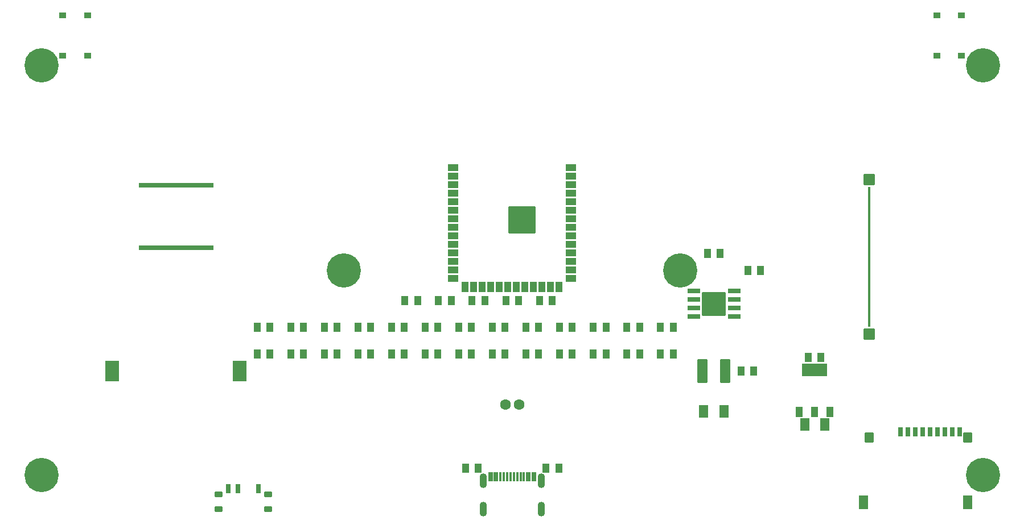
<source format=gbs>
%TF.GenerationSoftware,KiCad,Pcbnew,9.99.0-5542-g9c1654c496*%
%TF.CreationDate,2026-02-21T09:19:05+00:00*%
%TF.ProjectId,esp32-emu-turbo,65737033-322d-4656-9d75-2d747572626f,rev?*%
%TF.SameCoordinates,Original*%
%TF.FileFunction,Soldermask,Bot*%
%TF.FilePolarity,Negative*%
%FSLAX46Y46*%
G04 Gerber Fmt 4.6, Leading zero omitted, Abs format (unit mm)*
G04 Created by KiCad (PCBNEW 9.99.0-5542-g9c1654c496) date 2026-02-21 09:19:05*
%MOMM*%
%LPD*%
G01*
G04 APERTURE LIST*
G04 Aperture macros list*
%AMRoundRect*
0 Rectangle with rounded corners*
0 $1 Rounding radius*
0 $2 $3 $4 $5 $6 $7 $8 $9 X,Y pos of 4 corners*
0 Add a 4 corners polygon primitive as box body*
4,1,4,$2,$3,$4,$5,$6,$7,$8,$9,$2,$3,0*
0 Add four circle primitives for the rounded corners*
1,1,$1+$1,$2,$3*
1,1,$1+$1,$4,$5*
1,1,$1+$1,$6,$7*
1,1,$1+$1,$8,$9*
0 Add four rect primitives between the rounded corners*
20,1,$1+$1,$2,$3,$4,$5,0*
20,1,$1+$1,$4,$5,$6,$7,0*
20,1,$1+$1,$6,$7,$8,$9,0*
20,1,$1+$1,$8,$9,$2,$3,0*%
G04 Aperture macros list end*
%ADD10C,5.100000*%
%ADD11RoundRect,0.050000X-0.750000X-0.450000X0.750000X-0.450000X0.750000X0.450000X-0.750000X0.450000X0*%
%ADD12RoundRect,0.050000X-0.450000X-0.750000X0.450000X-0.750000X0.450000X0.750000X-0.450000X0.750000X0*%
%ADD13RoundRect,0.050000X-1.950000X-1.950000X1.950000X-1.950000X1.950000X1.950000X-1.950000X1.950000X0*%
%ADD14RoundRect,0.050000X-0.500000X-0.375000X0.500000X-0.375000X0.500000X0.375000X-0.500000X0.375000X0*%
%ADD15RoundRect,0.050000X-0.150000X-0.650000X0.150000X-0.650000X0.150000X0.650000X-0.150000X0.650000X0*%
%ADD16RoundRect,0.050000X-0.800000X-0.800000X0.800000X-0.800000X0.800000X0.800000X-0.800000X0.800000X0*%
%ADD17RoundRect,0.050000X-0.300000X-0.650000X0.300000X-0.650000X0.300000X0.650000X-0.300000X0.650000X0*%
%ADD18O,1.100000X2.200000*%
%ADD19RoundRect,0.050000X-0.600000X-0.700000X0.600000X-0.700000X0.600000X0.700000X-0.600000X0.700000X0*%
%ADD20RoundRect,0.050000X-0.600000X-1.000000X0.600000X-1.000000X0.600000X1.000000X-0.600000X1.000000X0*%
%ADD21RoundRect,0.050000X-0.525000X-0.350000X0.525000X-0.350000X0.525000X0.350000X-0.525000X0.350000X0*%
%ADD22RoundRect,0.050000X-1.000000X-1.500000X1.000000X-1.500000X1.000000X1.500000X-1.000000X1.500000X0*%
%ADD23RoundRect,0.050000X-0.850000X-0.300000X0.850000X-0.300000X0.850000X0.300000X-0.850000X0.300000X0*%
%ADD24RoundRect,0.050000X-1.700000X-1.700000X1.700000X-1.700000X1.700000X1.700000X-1.700000X1.700000X0*%
%ADD25RoundRect,0.050000X-0.500000X-0.750000X0.500000X-0.750000X0.500000X0.750000X-0.500000X0.750000X0*%
%ADD26RoundRect,0.050000X-1.800000X-0.900000X1.800000X-0.900000X1.800000X0.900000X-1.800000X0.900000X0*%
%ADD27RoundRect,0.050000X-1.025000X-0.300000X1.025000X-0.300000X1.025000X0.300000X-1.025000X0.300000X0*%
%ADD28RoundRect,0.050000X-0.700000X-1.700000X0.700000X-1.700000X0.700000X1.700000X-0.700000X1.700000X0*%
%ADD29C,1.600000*%
%ADD30RoundRect,0.050000X-0.500000X-0.650000X0.500000X-0.650000X0.500000X0.650000X-0.500000X0.650000X0*%
%ADD31RoundRect,0.050000X-0.600000X-0.900000X0.600000X-0.900000X0.600000X0.900000X-0.600000X0.900000X0*%
G04 APERTURE END LIST*
D10*
%TO.C,*%
X10000000Y-7000000D03*
%TD*%
%TO.C,*%
X150000000Y-7000000D03*
%TD*%
%TO.C,*%
X10000000Y-68000000D03*
%TD*%
%TO.C,*%
X150000000Y-68000000D03*
%TD*%
%TO.C,*%
X55000000Y-37500000D03*
%TD*%
%TO.C,*%
X105000000Y-37500000D03*
%TD*%
D11*
%TO.C,U1*%
X88750000Y-22240000D03*
X88750000Y-23510000D03*
X88750000Y-24780000D03*
X88750000Y-26050000D03*
X88750000Y-27320000D03*
X88750000Y-28590000D03*
X88750000Y-29860000D03*
X88750000Y-31130000D03*
X88750000Y-32400000D03*
X88750000Y-33670000D03*
X88750000Y-34940000D03*
X88750000Y-36210000D03*
X88750000Y-37480000D03*
X88750000Y-38750000D03*
D12*
X86985000Y-40000000D03*
X85715000Y-40000000D03*
X84445000Y-40000000D03*
X83175000Y-40000000D03*
X81905000Y-40000000D03*
X80635000Y-40000000D03*
X79365000Y-40000000D03*
X78095000Y-40000000D03*
X76825000Y-40000000D03*
X75555000Y-40000000D03*
X74285000Y-40000000D03*
X73015000Y-40000000D03*
D11*
X71250000Y-38750000D03*
X71250000Y-37480000D03*
X71250000Y-36210000D03*
X71250000Y-34940000D03*
X71250000Y-33670000D03*
X71250000Y-32400000D03*
X71250000Y-31130000D03*
X71250000Y-29860000D03*
X71250000Y-28590000D03*
X71250000Y-27320000D03*
X71250000Y-26050000D03*
X71250000Y-24780000D03*
X71250000Y-23510000D03*
X71250000Y-22240000D03*
D13*
X81500000Y-29960000D03*
%TD*%
D14*
%TO.C,SW11*%
X13150000Y500000D03*
X13150000Y-5500000D03*
X16850000Y500000D03*
X16850000Y-5500000D03*
%TD*%
%TO.C,SW12*%
X143150000Y500000D03*
X143150000Y-5500000D03*
X146850000Y500000D03*
X146850000Y-5500000D03*
%TD*%
D15*
%TO.C,J4*%
X133150000Y-25750000D03*
X133150000Y-26250000D03*
X133150000Y-26750000D03*
X133150000Y-27250000D03*
X133150000Y-27750000D03*
X133150000Y-28250000D03*
X133150000Y-28750000D03*
X133150000Y-29250000D03*
X133150000Y-29750000D03*
X133150000Y-30250000D03*
X133150000Y-30750000D03*
X133150000Y-31250000D03*
X133150000Y-31750000D03*
X133150000Y-32250000D03*
X133150000Y-32750000D03*
X133150000Y-33250000D03*
X133150000Y-33750000D03*
X133150000Y-34250000D03*
X133150000Y-34750000D03*
X133150000Y-35250000D03*
X133150000Y-35750000D03*
X133150000Y-36250000D03*
X133150000Y-36750000D03*
X133150000Y-37250000D03*
X133150000Y-37750000D03*
X133150000Y-38250000D03*
X133150000Y-38750000D03*
X133150000Y-39250000D03*
X133150000Y-39750000D03*
X133150000Y-40250000D03*
X133150000Y-40750000D03*
X133150000Y-41250000D03*
X133150000Y-41750000D03*
X133150000Y-42250000D03*
X133150000Y-42750000D03*
X133150000Y-43250000D03*
X133150000Y-43750000D03*
X133150000Y-44250000D03*
X133150000Y-44750000D03*
X133150000Y-45250000D03*
D16*
X133150000Y-24000000D03*
X133150000Y-47000000D03*
%TD*%
D17*
%TO.C,J1*%
X83200000Y-68255000D03*
X82400000Y-68255000D03*
D15*
X81250000Y-68255000D03*
X80250000Y-68255000D03*
X79750000Y-68255000D03*
X78750000Y-68255000D03*
D17*
X77600000Y-68255000D03*
X76800000Y-68255000D03*
X76800000Y-68255000D03*
X77600000Y-68255000D03*
D15*
X78250000Y-68255000D03*
X79250000Y-68255000D03*
X80750000Y-68255000D03*
X81750000Y-68255000D03*
D17*
X82400000Y-68255000D03*
X83200000Y-68255000D03*
D18*
X75680000Y-68895000D03*
X75680000Y-73075000D03*
X84320000Y-68895000D03*
X84320000Y-73075000D03*
%TD*%
D17*
%TO.C,U6*%
X137760000Y-61550000D03*
X138860000Y-61550000D03*
X139960000Y-61550000D03*
X141060000Y-61550000D03*
X142160000Y-61550000D03*
X143260000Y-61550000D03*
X144360000Y-61550000D03*
X145460000Y-61550000D03*
X146560000Y-61550000D03*
D19*
X147760000Y-62400000D03*
D20*
X147760000Y-72100000D03*
X132240000Y-72100000D03*
D19*
X133080000Y-62400000D03*
%TD*%
D17*
%TO.C,SW_PWR*%
X42250000Y-70050000D03*
X39250000Y-70050000D03*
X37750000Y-70050000D03*
D21*
X36325000Y-70900000D03*
X36325000Y-73100000D03*
X43675000Y-70900000D03*
X43675000Y-73100000D03*
%TD*%
D22*
%TO.C,SPK1*%
X39500000Y-52500000D03*
X20500000Y-52500000D03*
%TD*%
D23*
%TO.C,U2*%
X113000000Y-40595000D03*
X113000000Y-41865000D03*
X113000000Y-43135000D03*
X113000000Y-44405000D03*
X107000000Y-44405000D03*
X107000000Y-43135000D03*
X107000000Y-41865000D03*
X107000000Y-40595000D03*
D24*
X110000000Y-42500000D03*
%TD*%
D25*
%TO.C,U3*%
X127300000Y-58650000D03*
X125000000Y-58650000D03*
X122700000Y-58650000D03*
D26*
X125000000Y-52350000D03*
%TD*%
D27*
%TO.C,U5*%
X25555000Y-24850000D03*
X26825000Y-24850000D03*
X28095000Y-24850000D03*
X29365000Y-24850000D03*
X30635000Y-24850000D03*
X31905000Y-24850000D03*
X33175000Y-24850000D03*
X34445000Y-24850000D03*
X34445000Y-34150000D03*
X33175000Y-34150000D03*
X31905000Y-34150000D03*
X30635000Y-34150000D03*
X29365000Y-34150000D03*
X28095000Y-34150000D03*
X26825000Y-34150000D03*
X25555000Y-34150000D03*
%TD*%
D28*
%TO.C,L1*%
X111700000Y-52500000D03*
X108300000Y-52500000D03*
%TD*%
D29*
%TO.C,J3*%
X81000000Y-57500000D03*
X79000000Y-57500000D03*
%TD*%
D30*
%TO.C,R1*%
X74950000Y-67000000D03*
X73050000Y-67000000D03*
%TD*%
%TO.C,R2*%
X86950000Y-67000000D03*
X85050000Y-67000000D03*
%TD*%
%TO.C,R3*%
X65950000Y-42000000D03*
X64050000Y-42000000D03*
%TD*%
%TO.C,C3*%
X70950000Y-42000000D03*
X69050000Y-42000000D03*
%TD*%
%TO.C,R17*%
X75950000Y-42000000D03*
X74050000Y-42000000D03*
%TD*%
%TO.C,R18*%
X80950000Y-42000000D03*
X79050000Y-42000000D03*
%TD*%
%TO.C,C4*%
X85950000Y-42000000D03*
X84050000Y-42000000D03*
%TD*%
%TO.C,R4*%
X43950000Y-46000000D03*
X42050000Y-46000000D03*
%TD*%
%TO.C,R5*%
X48950000Y-46000000D03*
X47050000Y-46000000D03*
%TD*%
%TO.C,R6*%
X53950000Y-46000000D03*
X52050000Y-46000000D03*
%TD*%
%TO.C,R7*%
X58950000Y-46000000D03*
X57050000Y-46000000D03*
%TD*%
%TO.C,R8*%
X63950000Y-46000000D03*
X62050000Y-46000000D03*
%TD*%
%TO.C,R9*%
X68950000Y-46000000D03*
X67050000Y-46000000D03*
%TD*%
%TO.C,R10*%
X73950000Y-46000000D03*
X72050000Y-46000000D03*
%TD*%
%TO.C,R11*%
X78950000Y-46000000D03*
X77050000Y-46000000D03*
%TD*%
%TO.C,R12*%
X83950000Y-46000000D03*
X82050000Y-46000000D03*
%TD*%
%TO.C,R13*%
X88950000Y-46000000D03*
X87050000Y-46000000D03*
%TD*%
%TO.C,R14*%
X93950000Y-46000000D03*
X92050000Y-46000000D03*
%TD*%
%TO.C,R15*%
X98950000Y-46000000D03*
X97050000Y-46000000D03*
%TD*%
%TO.C,R19*%
X103950000Y-46000000D03*
X102050000Y-46000000D03*
%TD*%
%TO.C,R16*%
X115950000Y-52500000D03*
X114050000Y-52500000D03*
%TD*%
%TO.C,C5*%
X43950000Y-50000000D03*
X42050000Y-50000000D03*
%TD*%
%TO.C,C6*%
X48950000Y-50000000D03*
X47050000Y-50000000D03*
%TD*%
%TO.C,C7*%
X53950000Y-50000000D03*
X52050000Y-50000000D03*
%TD*%
%TO.C,C8*%
X58950000Y-50000000D03*
X57050000Y-50000000D03*
%TD*%
%TO.C,C9*%
X63950000Y-50000000D03*
X62050000Y-50000000D03*
%TD*%
%TO.C,C10*%
X68950000Y-50000000D03*
X67050000Y-50000000D03*
%TD*%
%TO.C,C11*%
X73950000Y-50000000D03*
X72050000Y-50000000D03*
%TD*%
%TO.C,C12*%
X78950000Y-50000000D03*
X77050000Y-50000000D03*
%TD*%
%TO.C,C13*%
X83950000Y-50000000D03*
X82050000Y-50000000D03*
%TD*%
%TO.C,C14*%
X88950000Y-50000000D03*
X87050000Y-50000000D03*
%TD*%
%TO.C,C15*%
X93950000Y-50000000D03*
X92050000Y-50000000D03*
%TD*%
%TO.C,C16*%
X98950000Y-50000000D03*
X97050000Y-50000000D03*
%TD*%
%TO.C,C20*%
X103950000Y-50000000D03*
X102050000Y-50000000D03*
%TD*%
%TO.C,C17*%
X110950000Y-35000000D03*
X109050000Y-35000000D03*
%TD*%
%TO.C,C18*%
X116950000Y-37500000D03*
X115050000Y-37500000D03*
%TD*%
D31*
%TO.C,C19*%
X111500000Y-58500000D03*
X108500000Y-58500000D03*
%TD*%
D30*
%TO.C,C1*%
X125950000Y-50500000D03*
X124050000Y-50500000D03*
%TD*%
D31*
%TO.C,C2*%
X126500000Y-60500000D03*
X123500000Y-60500000D03*
%TD*%
M02*

</source>
